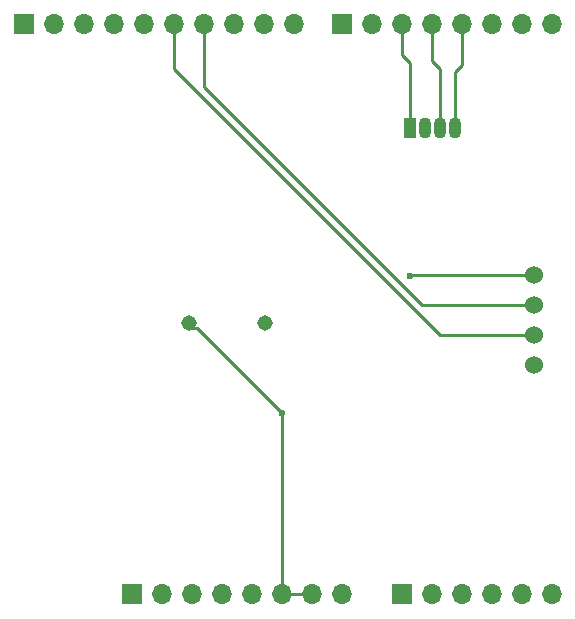
<source format=gbr>
%TF.GenerationSoftware,KiCad,Pcbnew,9.0.0*%
%TF.CreationDate,2025-02-27T00:07:18-07:00*%
%TF.ProjectId,bubble_detector_v2.1,62756262-6c65-45f6-9465-746563746f72,rev?*%
%TF.SameCoordinates,Original*%
%TF.FileFunction,Copper,L2,Bot*%
%TF.FilePolarity,Positive*%
%FSLAX46Y46*%
G04 Gerber Fmt 4.6, Leading zero omitted, Abs format (unit mm)*
G04 Created by KiCad (PCBNEW 9.0.0) date 2025-02-27 00:07:18*
%MOMM*%
%LPD*%
G01*
G04 APERTURE LIST*
%TA.AperFunction,ComponentPad*%
%ADD10O,1.070000X1.800000*%
%TD*%
%TA.AperFunction,ComponentPad*%
%ADD11R,1.070000X1.800000*%
%TD*%
%TA.AperFunction,ComponentPad*%
%ADD12C,1.308000*%
%TD*%
%TA.AperFunction,ComponentPad*%
%ADD13R,1.700000X1.700000*%
%TD*%
%TA.AperFunction,ComponentPad*%
%ADD14O,1.700000X1.700000*%
%TD*%
%TA.AperFunction,ComponentPad*%
%ADD15C,1.530000*%
%TD*%
%TA.AperFunction,ViaPad*%
%ADD16C,0.600000*%
%TD*%
%TA.AperFunction,Conductor*%
%ADD17C,0.250000*%
%TD*%
G04 APERTURE END LIST*
D10*
%TO.P,D1,4,BK*%
%TO.N,/\u002A3*%
X140190000Y-58310000D03*
%TO.P,D1,3,GK*%
%TO.N,/4*%
X138920000Y-58310000D03*
%TO.P,D1,2,A*%
%TO.N,+5V*%
X137650000Y-58310000D03*
D11*
%TO.P,D1,1,RK*%
%TO.N,/\u002A5*%
X136380000Y-58310000D03*
%TD*%
D12*
%TO.P,LS1,N*%
%TO.N,GND1*%
X117670000Y-74810000D03*
%TO.P,LS1,P*%
%TO.N,/\u002A9*%
X124170000Y-74810000D03*
%TD*%
D13*
%TO.P,J1,1,Pin_1*%
%TO.N,unconnected-(J1-Pin_1-Pad1)*%
X112860000Y-97770000D03*
D14*
%TO.P,J1,2,Pin_2*%
%TO.N,/IOREF*%
X115400000Y-97770000D03*
%TO.P,J1,3,Pin_3*%
%TO.N,/~{RESET}*%
X117940000Y-97770000D03*
%TO.P,J1,4,Pin_4*%
%TO.N,+3V3*%
X120480000Y-97770000D03*
%TO.P,J1,5,Pin_5*%
%TO.N,+5V*%
X123020000Y-97770000D03*
%TO.P,J1,6,Pin_6*%
%TO.N,GND1*%
X125560000Y-97770000D03*
%TO.P,J1,7,Pin_7*%
X128100000Y-97770000D03*
%TO.P,J1,8,Pin_8*%
%TO.N,VCC*%
X130640000Y-97770000D03*
%TD*%
D13*
%TO.P,J3,1,Pin_1*%
%TO.N,/A0*%
X135720000Y-97770000D03*
D14*
%TO.P,J3,2,Pin_2*%
%TO.N,/A1*%
X138260000Y-97770000D03*
%TO.P,J3,3,Pin_3*%
%TO.N,/A2*%
X140800000Y-97770000D03*
%TO.P,J3,4,Pin_4*%
%TO.N,/A3*%
X143340000Y-97770000D03*
%TO.P,J3,5,Pin_5*%
%TO.N,/SDA{slash}A4_1*%
X145880000Y-97770000D03*
%TO.P,J3,6,Pin_6*%
%TO.N,/SCL{slash}A5_1*%
X148420000Y-97770000D03*
%TD*%
D13*
%TO.P,J2,1,Pin_1*%
%TO.N,/SCL{slash}A5_2*%
X103716000Y-49510000D03*
D14*
%TO.P,J2,2,Pin_2*%
%TO.N,/SDA{slash}A4_2*%
X106256000Y-49510000D03*
%TO.P,J2,3,Pin_3*%
%TO.N,/AREF*%
X108796000Y-49510000D03*
%TO.P,J2,4,Pin_4*%
%TO.N,GND2*%
X111336000Y-49510000D03*
%TO.P,J2,5,Pin_5*%
%TO.N,/13*%
X113876000Y-49510000D03*
%TO.P,J2,6,Pin_6*%
%TO.N,/12*%
X116416000Y-49510000D03*
%TO.P,J2,7,Pin_7*%
%TO.N,/\u002A11*%
X118956000Y-49510000D03*
%TO.P,J2,8,Pin_8*%
%TO.N,/\u002A10*%
X121496000Y-49510000D03*
%TO.P,J2,9,Pin_9*%
%TO.N,/\u002A9*%
X124036000Y-49510000D03*
%TO.P,J2,10,Pin_10*%
%TO.N,/8*%
X126576000Y-49510000D03*
%TD*%
D13*
%TO.P,J4,1,Pin_1*%
%TO.N,/7*%
X130640000Y-49510000D03*
D14*
%TO.P,J4,2,Pin_2*%
%TO.N,/\u002A6*%
X133180000Y-49510000D03*
%TO.P,J4,3,Pin_3*%
%TO.N,/\u002A5*%
X135720000Y-49510000D03*
%TO.P,J4,4,Pin_4*%
%TO.N,/4*%
X138260000Y-49510000D03*
%TO.P,J4,5,Pin_5*%
%TO.N,/\u002A3*%
X140800000Y-49510000D03*
%TO.P,J4,6,Pin_6*%
%TO.N,/2*%
X143340000Y-49510000D03*
%TO.P,J4,7,Pin_7*%
%TO.N,/TX{slash}1*%
X145880000Y-49510000D03*
%TO.P,J4,8,Pin_8*%
%TO.N,/RX{slash}0*%
X148420000Y-49510000D03*
%TD*%
D15*
%TO.P,U1,1,VCC*%
%TO.N,+5V*%
X146920000Y-78390000D03*
%TO.P,U1,2,TRIG*%
%TO.N,/12*%
X146920000Y-75850000D03*
%TO.P,U1,3,ECHO*%
%TO.N,/\u002A11*%
X146920000Y-73310000D03*
%TO.P,U1,4,GND*%
%TO.N,GND1*%
X146920000Y-70770000D03*
%TD*%
D16*
%TO.N,GND1*%
X136420000Y-70811000D03*
X125560000Y-82450000D03*
%TD*%
D17*
%TO.N,GND1*%
X125560000Y-97770000D02*
X128100000Y-97770000D01*
X136461000Y-70770000D02*
X146920000Y-70770000D01*
X136420000Y-70811000D02*
X136461000Y-70770000D01*
%TO.N,/\u002A11*%
X118956000Y-54846000D02*
X137420000Y-73310000D01*
X118956000Y-49510000D02*
X118956000Y-54846000D01*
X137420000Y-73310000D02*
X146920000Y-73310000D01*
%TO.N,/12*%
X138960000Y-75850000D02*
X146920000Y-75850000D01*
X116416000Y-53306000D02*
X138960000Y-75850000D01*
X116416000Y-49510000D02*
X116416000Y-53306000D01*
%TO.N,GND1*%
X125560000Y-82450000D02*
X118371000Y-75261000D01*
X118371000Y-75261000D02*
X117670000Y-75261000D01*
X125560000Y-97770000D02*
X125560000Y-82450000D01*
%TO.N,/\u002A3*%
X140800000Y-52930000D02*
X140800000Y-49510000D01*
X140190000Y-53540000D02*
X140800000Y-52930000D01*
X140190000Y-58310000D02*
X140190000Y-53540000D01*
%TO.N,/4*%
X138260000Y-52650000D02*
X138260000Y-49510000D01*
X138920000Y-53310000D02*
X138260000Y-52650000D01*
X138920000Y-58310000D02*
X138920000Y-53310000D01*
%TO.N,/\u002A5*%
X136420000Y-52810000D02*
X136380000Y-52850000D01*
X135720000Y-52110000D02*
X136420000Y-52810000D01*
X136380000Y-52850000D02*
X136380000Y-58310000D01*
X135720000Y-49510000D02*
X135720000Y-52110000D01*
%TD*%
M02*

</source>
